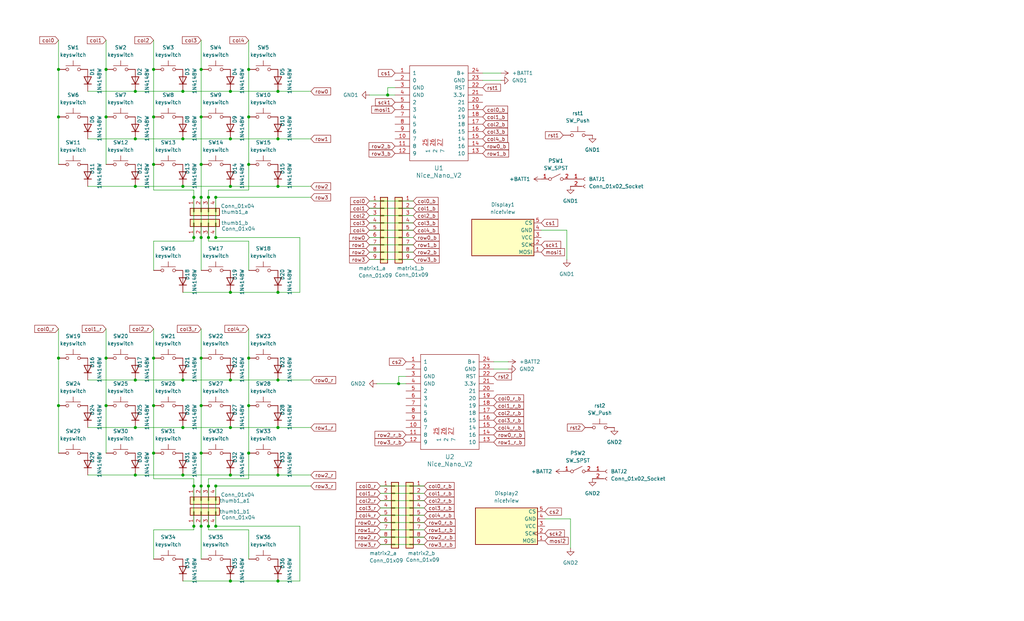
<source format=kicad_sch>
(kicad_sch (version 20231120) (generator "eeschema") (generator_version "8.0")
  (paper "USLegal")
  (title_block (title "mg36kb") (date "2024-09-29") (rev "1.0") (company "mattgilbert.co") (comment 1 "Matt Gilbert"))
  (junction (at 63.5 165.1))
  (junction (at 46.99 132.08))
  (junction (at 74.93 82.55))
  (junction (at 72.39 168.91))
  (junction (at 74.93 182.88))
  (junction (at 20.32 24.13))
  (junction (at 80.01 101.6))
  (junction (at 138.43 133.35))
  (junction (at 134.62 33.02))
  (junction (at 46.99 165.1))
  (junction (at 69.85 82.55))
  (junction (at 80.01 148.59))
  (junction (at 74.93 168.91))
  (junction (at 46.99 148.59))
  (junction (at 80.01 31.75))
  (junction (at 69.85 24.13))
  (junction (at 20.32 140.97))
  (junction (at 69.85 40.64))
  (junction (at 63.5 148.59))
  (junction (at 36.83 124.46))
  (junction (at 69.85 124.46))
  (junction (at 80.01 48.26))
  (junction (at 72.39 68.58))
  (junction (at 80.01 64.77))
  (junction (at 80.01 201.93))
  (junction (at 46.99 31.75))
  (junction (at 53.34 157.48))
  (junction (at 96.52 148.59))
  (junction (at 63.5 48.26))
  (junction (at 96.52 132.08))
  (junction (at 96.52 31.75))
  (junction (at 53.34 124.46))
  (junction (at 69.85 182.88))
  (junction (at 36.83 40.64))
  (junction (at 86.36 157.48))
  (junction (at 72.39 82.55))
  (junction (at 96.52 165.1))
  (junction (at 86.36 57.15))
  (junction (at 86.36 40.64))
  (junction (at 63.5 132.08))
  (junction (at 96.52 101.6))
  (junction (at 63.5 31.75))
  (junction (at 86.36 24.13))
  (junction (at 69.85 57.15))
  (junction (at 96.52 64.77))
  (junction (at 53.34 24.13))
  (junction (at 67.31 168.91))
  (junction (at 53.34 57.15))
  (junction (at 20.32 124.46))
  (junction (at 53.34 140.97))
  (junction (at 63.5 64.77))
  (junction (at 80.01 165.1))
  (junction (at 67.31 68.58))
  (junction (at 74.93 68.58))
  (junction (at 96.52 201.93))
  (junction (at 20.32 40.64))
  (junction (at 96.52 48.26))
  (junction (at 36.83 24.13))
  (junction (at 80.01 132.08))
  (junction (at 69.85 68.58))
  (junction (at 36.83 140.97))
  (junction (at 69.85 157.48))
  (junction (at 86.36 140.97))
  (junction (at 72.39 182.88))
  (junction (at 69.85 168.91))
  (junction (at 53.34 40.64))
  (junction (at 69.85 140.97))
  (junction (at 46.99 48.26))
  (junction (at 46.99 64.77))
  (junction (at 67.31 182.88))
  (junction (at 86.36 124.46))
  (junction (at 67.31 82.55))
  (wire (pts (xy 53.34 184.15) (xy 53.34 194.31)))
  (wire (pts (xy 86.36 140.97) (xy 86.36 157.48)))
  (wire (pts (xy 138.43 133.35) (xy 140.97 133.35)))
  (wire (pts (xy 104.14 182.88) (xy 74.93 182.88)))
  (wire (pts (xy 72.39 83.82) (xy 86.36 83.82)))
  (wire (pts (xy 72.39 184.15) (xy 86.36 184.15)))
  (wire (pts (xy 63.5 64.77) (xy 80.01 64.77)))
  (wire (pts (xy 36.83 124.46) (xy 36.83 140.97)))
  (wire (pts (xy 63.5 48.26) (xy 80.01 48.26)))
  (wire (pts (xy 176.53 128.27) (xy 171.45 128.27)))
  (wire (pts (xy 86.36 24.13) (xy 86.36 40.64)))
  (wire (pts (xy 53.34 124.46) (xy 53.34 140.97)))
  (wire (pts (xy 128.27 74.93) (xy 143.51 74.93)))
  (wire (pts (xy 72.39 82.55) (xy 72.39 83.82)))
  (wire (pts (xy 72.39 166.37) (xy 72.39 168.91)))
  (wire (pts (xy 134.62 30.48) (xy 134.62 33.02)))
  (wire (pts (xy 72.39 182.88) (xy 72.39 184.15)))
  (wire (pts (xy 67.31 168.91) (xy 67.31 182.88)))
  (wire (pts (xy 53.34 157.48) (xy 53.34 166.37)))
  (wire (pts (xy 86.36 184.15) (xy 86.36 194.31)))
  (wire (pts (xy 72.39 66.04) (xy 86.36 66.04)))
  (wire (pts (xy 53.34 57.15) (xy 53.34 66.04)))
  (wire (pts (xy 69.85 57.15) (xy 69.85 68.58)))
  (wire (pts (xy 138.43 130.81) (xy 138.43 133.35)))
  (wire (pts (xy 198.12 180.34) (xy 189.23 180.34)))
  (wire (pts (xy 69.85 68.58) (xy 69.85 82.55)))
  (wire (pts (xy 86.36 57.15) (xy 86.36 66.04)))
  (wire (pts (xy 36.83 13.97) (xy 36.83 24.13)))
  (wire (pts (xy 53.34 114.3) (xy 53.34 124.46)))
  (wire (pts (xy 198.12 190.5) (xy 198.12 180.34)))
  (wire (pts (xy 134.62 33.02) (xy 137.16 33.02)))
  (wire (pts (xy 196.85 90.17) (xy 196.85 80.01)))
  (wire (pts (xy 132.08 189.23) (xy 147.32 189.23)))
  (wire (pts (xy 46.99 48.26) (xy 63.5 48.26)))
  (wire (pts (xy 132.08 184.15) (xy 147.32 184.15)))
  (wire (pts (xy 30.48 148.59) (xy 46.99 148.59)))
  (wire (pts (xy 30.48 64.77) (xy 46.99 64.77)))
  (wire (pts (xy 128.27 85.09) (xy 143.51 85.09)))
  (wire (pts (xy 80.01 64.77) (xy 96.52 64.77)))
  (wire (pts (xy 96.52 31.75) (xy 107.95 31.75)))
  (wire (pts (xy 69.85 13.97) (xy 69.85 24.13)))
  (wire (pts (xy 128.27 33.02) (xy 134.62 33.02)))
  (wire (pts (xy 132.08 176.53) (xy 147.32 176.53)))
  (wire (pts (xy 86.36 13.97) (xy 86.36 24.13)))
  (wire (pts (xy 46.99 132.08) (xy 63.5 132.08)))
  (wire (pts (xy 69.85 157.48) (xy 69.85 168.91)))
  (wire (pts (xy 69.85 24.13) (xy 69.85 40.64)))
  (wire (pts (xy 104.14 201.93) (xy 104.14 182.88)))
  (wire (pts (xy 80.01 132.08) (xy 96.52 132.08)))
  (wire (pts (xy 53.34 166.37) (xy 67.31 166.37)))
  (wire (pts (xy 46.99 165.1) (xy 63.5 165.1)))
  (wire (pts (xy 30.48 132.08) (xy 46.99 132.08)))
  (wire (pts (xy 53.34 13.97) (xy 53.34 24.13)))
  (wire (pts (xy 20.32 124.46) (xy 20.32 140.97)))
  (wire (pts (xy 72.39 68.58) (xy 72.39 82.55)))
  (wire (pts (xy 69.85 124.46) (xy 69.85 140.97)))
  (wire (pts (xy 72.39 168.91) (xy 72.39 182.88)))
  (wire (pts (xy 132.08 168.91) (xy 147.32 168.91)))
  (wire (pts (xy 53.34 66.04) (xy 67.31 66.04)))
  (wire (pts (xy 53.34 40.64) (xy 53.34 57.15)))
  (wire (pts (xy 96.52 132.08) (xy 107.95 132.08)))
  (wire (pts (xy 104.14 82.55) (xy 74.93 82.55)))
  (wire (pts (xy 20.32 140.97) (xy 20.32 157.48)))
  (wire (pts (xy 63.5 165.1) (xy 80.01 165.1)))
  (wire (pts (xy 46.99 64.77) (xy 63.5 64.77)))
  (wire (pts (xy 128.27 72.39) (xy 143.51 72.39)))
  (wire (pts (xy 63.5 101.6) (xy 80.01 101.6)))
  (wire (pts (xy 30.48 165.1) (xy 46.99 165.1)))
  (wire (pts (xy 140.97 130.81) (xy 138.43 130.81)))
  (wire (pts (xy 36.83 24.13) (xy 36.83 40.64)))
  (wire (pts (xy 74.93 168.91) (xy 74.93 182.88)))
  (wire (pts (xy 36.83 114.3) (xy 36.83 124.46)))
  (wire (pts (xy 69.85 40.64) (xy 69.85 57.15)))
  (wire (pts (xy 69.85 140.97) (xy 69.85 157.48)))
  (wire (pts (xy 53.34 83.82) (xy 53.34 93.98)))
  (wire (pts (xy 72.39 66.04) (xy 72.39 68.58)))
  (wire (pts (xy 46.99 31.75) (xy 63.5 31.75)))
  (wire (pts (xy 30.48 48.26) (xy 46.99 48.26)))
  (wire (pts (xy 132.08 186.69) (xy 147.32 186.69)))
  (wire (pts (xy 130.81 133.35) (xy 138.43 133.35)))
  (wire (pts (xy 20.32 40.64) (xy 20.32 57.15)))
  (wire (pts (xy 104.14 101.6) (xy 104.14 82.55)))
  (wire (pts (xy 74.93 68.58) (xy 107.95 68.58)))
  (wire (pts (xy 96.52 48.26) (xy 107.95 48.26)))
  (wire (pts (xy 196.85 80.01) (xy 187.96 80.01)))
  (wire (pts (xy 67.31 184.15) (xy 53.34 184.15)))
  (wire (pts (xy 86.36 40.64) (xy 86.36 57.15)))
  (wire (pts (xy 80.01 201.93) (xy 96.52 201.93)))
  (wire (pts (xy 67.31 166.37) (xy 67.31 168.91)))
  (wire (pts (xy 74.93 168.91) (xy 107.95 168.91)))
  (wire (pts (xy 96.52 165.1) (xy 107.95 165.1)))
  (wire (pts (xy 69.85 168.91) (xy 69.85 182.88)))
  (wire (pts (xy 46.99 148.59) (xy 63.5 148.59)))
  (wire (pts (xy 173.99 25.4) (xy 167.64 25.4)))
  (wire (pts (xy 80.01 101.6) (xy 96.52 101.6)))
  (wire (pts (xy 69.85 82.55) (xy 69.85 93.98)))
  (wire (pts (xy 132.08 171.45) (xy 147.32 171.45)))
  (wire (pts (xy 96.52 201.93) (xy 104.14 201.93)))
  (wire (pts (xy 128.27 87.63) (xy 143.51 87.63)))
  (wire (pts (xy 53.34 24.13) (xy 53.34 40.64)))
  (wire (pts (xy 176.53 125.73) (xy 171.45 125.73)))
  (wire (pts (xy 173.99 27.94) (xy 167.64 27.94)))
  (wire (pts (xy 96.52 101.6) (xy 104.14 101.6)))
  (wire (pts (xy 86.36 83.82) (xy 86.36 93.98)))
  (wire (pts (xy 132.08 181.61) (xy 147.32 181.61)))
  (wire (pts (xy 96.52 148.59) (xy 107.95 148.59)))
  (wire (pts (xy 86.36 114.3) (xy 86.36 124.46)))
  (wire (pts (xy 128.27 90.17) (xy 143.51 90.17)))
  (wire (pts (xy 80.01 48.26) (xy 96.52 48.26)))
  (wire (pts (xy 74.93 68.58) (xy 74.93 82.55)))
  (wire (pts (xy 80.01 31.75) (xy 96.52 31.75)))
  (wire (pts (xy 80.01 148.59) (xy 96.52 148.59)))
  (wire (pts (xy 20.32 13.97) (xy 20.32 24.13)))
  (wire (pts (xy 72.39 166.37) (xy 86.36 166.37)))
  (wire (pts (xy 20.32 114.3) (xy 20.32 124.46)))
  (wire (pts (xy 86.36 157.48) (xy 86.36 166.37)))
  (wire (pts (xy 69.85 114.3) (xy 69.85 124.46)))
  (wire (pts (xy 36.83 140.97) (xy 36.83 157.48)))
  (wire (pts (xy 67.31 66.04) (xy 67.31 68.58)))
  (wire (pts (xy 20.32 24.13) (xy 20.32 40.64)))
  (wire (pts (xy 128.27 77.47) (xy 143.51 77.47)))
  (wire (pts (xy 53.34 140.97) (xy 53.34 157.48)))
  (wire (pts (xy 132.08 179.07) (xy 147.32 179.07)))
  (wire (pts (xy 69.85 182.88) (xy 69.85 194.31)))
  (wire (pts (xy 63.5 31.75) (xy 80.01 31.75)))
  (wire (pts (xy 67.31 83.82) (xy 53.34 83.82)))
  (wire (pts (xy 67.31 68.58) (xy 67.31 82.55)))
  (wire (pts (xy 67.31 182.88) (xy 67.31 184.15)))
  (wire (pts (xy 137.16 30.48) (xy 134.62 30.48)))
  (wire (pts (xy 67.31 82.55) (xy 67.31 83.82)))
  (wire (pts (xy 30.48 31.75) (xy 46.99 31.75)))
  (wire (pts (xy 96.52 64.77) (xy 107.95 64.77)))
  (wire (pts (xy 128.27 80.01) (xy 143.51 80.01)))
  (wire (pts (xy 63.5 201.93) (xy 80.01 201.93)))
  (wire (pts (xy 128.27 69.85) (xy 143.51 69.85)))
  (wire (pts (xy 63.5 148.59) (xy 80.01 148.59)))
  (wire (pts (xy 128.27 82.55) (xy 143.51 82.55)))
  (wire (pts (xy 80.01 165.1) (xy 96.52 165.1)))
  (wire (pts (xy 86.36 124.46) (xy 86.36 140.97)))
  (wire (pts (xy 36.83 40.64) (xy 36.83 57.15)))
  (wire (pts (xy 63.5 132.08) (xy 80.01 132.08)))
  (wire (pts (xy 132.08 173.99) (xy 147.32 173.99)))
  (global_label "row1_r" (shape input) (at 132.08 184.15 180) (property "Intersheetrefs" "${INTERSHEET_REFS}" (effects (hide yes))))
  (global_label "col2_r" (shape input) (at 132.08 173.99 180) (property "Intersheetrefs" "${INTERSHEET_REFS}" (effects (hide yes))))
  (global_label "col4" (shape input) (at 86.36 13.97 180) (property "Intersheetrefs" "${INTERSHEET_REFS}" (effects (hide yes))))
  (global_label "row3_r" (shape input) (at 132.08 189.23 180) (property "Intersheetrefs" "${INTERSHEET_REFS}" (effects (hide yes))))
  (global_label "col4_r" (shape input) (at 132.08 179.07 180) (property "Intersheetrefs" "${INTERSHEET_REFS}" (effects (hide yes))))
  (global_label "mosi1" (shape input) (at 137.16 38.1 180) (property "Intersheetrefs" "${INTERSHEET_REFS}" (effects (hide yes))))
  (global_label "col0" (shape input) (at 20.32 13.97 180) (property "Intersheetrefs" "${INTERSHEET_REFS}" (effects (hide yes))))
  (global_label "sck2" (shape input) (at 189.23 185.42 0) (property "Intersheetrefs" "${INTERSHEET_REFS}" (effects (hide yes))))
  (global_label "col1_r_b" (shape input) (at 171.45 140.97 0) (property "Intersheetrefs" "${INTERSHEET_REFS}" (effects (hide yes))))
  (global_label "row1" (shape input) (at 107.95 48.26 0) (property "Intersheetrefs" "${INTERSHEET_REFS}" (effects (hide yes))))
  (global_label "row1_r_b" (shape input) (at 171.45 153.67 0) (property "Intersheetrefs" "${INTERSHEET_REFS}" (effects (hide yes))))
  (global_label "col1_r_b" (shape input) (at 147.32 171.45 0) (property "Intersheetrefs" "${INTERSHEET_REFS}" (effects (hide yes))))
  (global_label "col2_b" (shape input) (at 167.64 43.18 0) (property "Intersheetrefs" "${INTERSHEET_REFS}" (effects (hide yes))))
  (global_label "row0_r_b" (shape input) (at 171.45 151.13 0) (property "Intersheetrefs" "${INTERSHEET_REFS}" (effects (hide yes))))
  (global_label "rst2" (shape input) (at 171.45 130.81 0) (property "Intersheetrefs" "${INTERSHEET_REFS}" (effects (hide yes))))
  (global_label "row2_r" (shape input) (at 107.95 165.1 0) (property "Intersheetrefs" "${INTERSHEET_REFS}" (effects (hide yes))))
  (global_label "col1_r" (shape input) (at 132.08 171.45 180) (property "Intersheetrefs" "${INTERSHEET_REFS}" (effects (hide yes))))
  (global_label "row3_b" (shape input) (at 137.16 53.34 180) (property "Intersheetrefs" "${INTERSHEET_REFS}" (effects (hide yes))))
  (global_label "col1" (shape input) (at 128.27 72.39 180) (property "Intersheetrefs" "${INTERSHEET_REFS}" (effects (hide yes))))
  (global_label "row2" (shape input) (at 107.95 64.77 0) (property "Intersheetrefs" "${INTERSHEET_REFS}" (effects (hide yes))))
  (global_label "row0_r" (shape input) (at 107.95 132.08 0) (property "Intersheetrefs" "${INTERSHEET_REFS}" (effects (hide yes))))
  (global_label "row2_r_b" (shape input) (at 140.97 151.13 180) (property "Intersheetrefs" "${INTERSHEET_REFS}" (effects (hide yes))))
  (global_label "col2" (shape input) (at 128.27 74.93 180) (property "Intersheetrefs" "${INTERSHEET_REFS}" (effects (hide yes))))
  (global_label "row2_b" (shape input) (at 143.51 87.63 0) (property "Intersheetrefs" "${INTERSHEET_REFS}" (effects (hide yes))))
  (global_label "row0_b" (shape input) (at 143.51 82.55 0) (property "Intersheetrefs" "${INTERSHEET_REFS}" (effects (hide yes))))
  (global_label "col0_r" (shape input) (at 20.32 114.3 180) (property "Intersheetrefs" "${INTERSHEET_REFS}" (effects (hide yes))))
  (global_label "col4_b" (shape input) (at 167.64 48.26 0) (property "Intersheetrefs" "${INTERSHEET_REFS}" (effects (hide yes))))
  (global_label "col3_b" (shape input) (at 143.51 77.47 0) (property "Intersheetrefs" "${INTERSHEET_REFS}" (effects (hide yes))))
  (global_label "row0_b" (shape input) (at 167.64 50.8 0) (property "Intersheetrefs" "${INTERSHEET_REFS}" (effects (hide yes))))
  (global_label "col3_b" (shape input) (at 167.64 45.72 0) (property "Intersheetrefs" "${INTERSHEET_REFS}" (effects (hide yes))))
  (global_label "col3_r_b" (shape input) (at 171.45 146.05 0) (property "Intersheetrefs" "${INTERSHEET_REFS}" (effects (hide yes))))
  (global_label "col2" (shape input) (at 53.34 13.97 180) (property "Intersheetrefs" "${INTERSHEET_REFS}" (effects (hide yes))))
  (global_label "row2" (shape input) (at 128.27 87.63 180) (property "Intersheetrefs" "${INTERSHEET_REFS}" (effects (hide yes))))
  (global_label "col3_r" (shape input) (at 69.85 114.3 180) (property "Intersheetrefs" "${INTERSHEET_REFS}" (effects (hide yes))))
  (global_label "col0_r" (shape input) (at 132.08 168.91 180) (property "Intersheetrefs" "${INTERSHEET_REFS}" (effects (hide yes))))
  (global_label "row1_r_b" (shape input) (at 147.32 184.15 0) (property "Intersheetrefs" "${INTERSHEET_REFS}" (effects (hide yes))))
  (global_label "row3_r_b" (shape input) (at 140.97 153.67 180) (property "Intersheetrefs" "${INTERSHEET_REFS}" (effects (hide yes))))
  (global_label "row2_r" (shape input) (at 132.08 186.69 180) (property "Intersheetrefs" "${INTERSHEET_REFS}" (effects (hide yes))))
  (global_label "col1" (shape input) (at 36.83 13.97 180) (property "Intersheetrefs" "${INTERSHEET_REFS}" (effects (hide yes))))
  (global_label "row3" (shape input) (at 128.27 90.17 180) (property "Intersheetrefs" "${INTERSHEET_REFS}" (effects (hide yes))))
  (global_label "col4_r_b" (shape input) (at 171.45 148.59 0) (property "Intersheetrefs" "${INTERSHEET_REFS}" (effects (hide yes))))
  (global_label "col1_r" (shape input) (at 36.83 114.3 180) (property "Intersheetrefs" "${INTERSHEET_REFS}" (effects (hide yes))))
  (global_label "sck1" (shape input) (at 137.16 35.56 180) (property "Intersheetrefs" "${INTERSHEET_REFS}" (effects (hide yes))))
  (global_label "col2_r" (shape input) (at 53.34 114.3 180) (property "Intersheetrefs" "${INTERSHEET_REFS}" (effects (hide yes))))
  (global_label "col3_r" (shape input) (at 132.08 176.53 180) (property "Intersheetrefs" "${INTERSHEET_REFS}" (effects (hide yes))))
  (global_label "mosi1" (shape input) (at 187.96 87.63 0) (property "Intersheetrefs" "${INTERSHEET_REFS}" (effects (hide yes))))
  (global_label "col0_b" (shape input) (at 143.51 69.85 0) (property "Intersheetrefs" "${INTERSHEET_REFS}" (effects (hide yes))))
  (global_label "col1_b" (shape input) (at 167.64 40.64 0) (property "Intersheetrefs" "${INTERSHEET_REFS}" (effects (hide yes))))
  (global_label "col3" (shape input) (at 69.85 13.97 180) (property "Intersheetrefs" "${INTERSHEET_REFS}" (effects (hide yes))))
  (global_label "rst1" (shape input) (at 167.64 30.48 0) (property "Intersheetrefs" "${INTERSHEET_REFS}" (effects (hide yes))))
  (global_label "row0" (shape input) (at 128.27 82.55 180) (property "Intersheetrefs" "${INTERSHEET_REFS}" (effects (hide yes))))
  (global_label "row3_r_b" (shape input) (at 147.32 189.23 0) (property "Intersheetrefs" "${INTERSHEET_REFS}" (effects (hide yes))))
  (global_label "row0" (shape input) (at 107.95 31.75 0) (property "Intersheetrefs" "${INTERSHEET_REFS}" (effects (hide yes))))
  (global_label "row0_r_b" (shape input) (at 147.32 181.61 0) (property "Intersheetrefs" "${INTERSHEET_REFS}" (effects (hide yes))))
  (global_label "rst2" (shape input) (at 203.2 148.59 180) (property "Intersheetrefs" "${INTERSHEET_REFS}" (effects (hide yes))))
  (global_label "col4_b" (shape input) (at 143.51 80.01 0) (property "Intersheetrefs" "${INTERSHEET_REFS}" (effects (hide yes))))
  (global_label "rst1" (shape input) (at 195.58 46.99 180) (property "Intersheetrefs" "${INTERSHEET_REFS}" (effects (hide yes))))
  (global_label "cs2" (shape input) (at 189.23 177.8 0) (property "Intersheetrefs" "${INTERSHEET_REFS}" (effects (hide yes))))
  (global_label "col2_r_b" (shape input) (at 147.32 173.99 0) (property "Intersheetrefs" "${INTERSHEET_REFS}" (effects (hide yes))))
  (global_label "col0_b" (shape input) (at 167.64 38.1 0) (property "Intersheetrefs" "${INTERSHEET_REFS}" (effects (hide yes))))
  (global_label "row1_b" (shape input) (at 143.51 85.09 0) (property "Intersheetrefs" "${INTERSHEET_REFS}" (effects (hide yes))))
  (global_label "cs1" (shape input) (at 187.96 77.47 0) (property "Intersheetrefs" "${INTERSHEET_REFS}" (effects (hide yes))))
  (global_label "col1_b" (shape input) (at 143.51 72.39 0) (property "Intersheetrefs" "${INTERSHEET_REFS}" (effects (hide yes))))
  (global_label "cs1" (shape input) (at 137.16 25.4 180) (property "Intersheetrefs" "${INTERSHEET_REFS}" (effects (hide yes))))
  (global_label "row0_r" (shape input) (at 132.08 181.61 180) (property "Intersheetrefs" "${INTERSHEET_REFS}" (effects (hide yes))))
  (global_label "row2_b" (shape input) (at 137.16 50.8 180) (property "Intersheetrefs" "${INTERSHEET_REFS}" (effects (hide yes))))
  (global_label "row2_r_b" (shape input) (at 147.32 186.69 0) (property "Intersheetrefs" "${INTERSHEET_REFS}" (effects (hide yes))))
  (global_label "row1_b" (shape input) (at 167.64 53.34 0) (property "Intersheetrefs" "${INTERSHEET_REFS}" (effects (hide yes))))
  (global_label "col0_r_b" (shape input) (at 147.32 168.91 0) (property "Intersheetrefs" "${INTERSHEET_REFS}" (effects (hide yes))))
  (global_label "row3_b" (shape input) (at 143.51 90.17 0) (property "Intersheetrefs" "${INTERSHEET_REFS}" (effects (hide yes))))
  (global_label "col4" (shape input) (at 128.27 80.01 180) (property "Intersheetrefs" "${INTERSHEET_REFS}" (effects (hide yes))))
  (global_label "mosi2" (shape input) (at 189.23 187.96 0) (property "Intersheetrefs" "${INTERSHEET_REFS}" (effects (hide yes))))
  (global_label "col4_r_b" (shape input) (at 147.32 179.07 0) (property "Intersheetrefs" "${INTERSHEET_REFS}" (effects (hide yes))))
  (global_label "col0" (shape input) (at 128.27 69.85 180) (property "Intersheetrefs" "${INTERSHEET_REFS}" (effects (hide yes))))
  (global_label "col2_b" (shape input) (at 143.51 74.93 0) (property "Intersheetrefs" "${INTERSHEET_REFS}" (effects (hide yes))))
  (global_label "row3" (shape input) (at 107.95 68.58 0) (property "Intersheetrefs" "${INTERSHEET_REFS}" (effects (hide yes))))
  (global_label "col3_r_b" (shape input) (at 147.32 176.53 0) (property "Intersheetrefs" "${INTERSHEET_REFS}" (effects (hide yes))))
  (global_label "col2_r_b" (shape input) (at 171.45 143.51 0) (property "Intersheetrefs" "${INTERSHEET_REFS}" (effects (hide yes))))
  (global_label "cs2" (shape input) (at 140.97 125.73 180) (property "Intersheetrefs" "${INTERSHEET_REFS}" (effects (hide yes))))
  (global_label "col4_r" (shape input) (at 86.36 114.3 180) (property "Intersheetrefs" "${INTERSHEET_REFS}" (effects (hide yes))))
  (global_label "row3_r" (shape input) (at 107.95 168.91 0) (property "Intersheetrefs" "${INTERSHEET_REFS}" (effects (hide yes))))
  (global_label "row1" (shape input) (at 128.27 85.09 180) (property "Intersheetrefs" "${INTERSHEET_REFS}" (effects (hide yes))))
  (global_label "col3" (shape input) (at 128.27 77.47 180) (property "Intersheetrefs" "${INTERSHEET_REFS}" (effects (hide yes))))
  (global_label "sck1" (shape input) (at 187.96 85.09 0) (property "Intersheetrefs" "${INTERSHEET_REFS}" (effects (hide yes))))
  (global_label "row1_r" (shape input) (at 107.95 148.59 0) (property "Intersheetrefs" "${INTERSHEET_REFS}" (effects (hide yes))))
  (global_label "col0_r_b" (shape input) (at 171.45 138.43 0) (property "Intersheetrefs" "${INTERSHEET_REFS}" (effects (hide yes))))
  (symbol (lib_id "Switch:SW_Push") (at 58.42 93.98 0) (unit 1)
    (property "Reference" "SW16" (at 58.42 86.36 0))
    (property "Value" "keyswitch" (at 58.42 88.9 0))
    (property "Description" "Push button switch, generic, two pins" (effects (hide yes)))
  )
  (symbol (lib_id "Diode:1N4148W") (at 46.99 44.45 90) (unit 1)
    (property "Reference" "D7" (at 48.514 40.132 0) (effects (justify right)))
    (property "Value" "1N4148W" (at 51.054 40.132 0) (effects (justify right)))
    (property "Footprint" "Diode_SMD:D_SOD-123" (effects (hide yes)))
    (property "Datasheet" "https://www.vishay.com/docs/85748/1n4148w.pdf" (effects (hide yes)))
    (property "Description" "75V 0.15A Fast Switching Diode, SOD-123" (effects (hide yes)))
    (property "Sim.Device" "D" (effects (hide yes)))
    (property "Sim.Pins" "1=K 2=A" (effects (hide yes)))
  )
  (symbol (lib_id "Connector_Generic:Conn_01x09") (at 142.24 179.07 0) (mirror y) (unit 1)
    (property "Reference" "matrix2_b" (at 151.13 192.278 0) (effects (justify left)))
    (property "Value" "Conn_01x09" (at 152.654 194.564 0) (effects (justify left)))
    (property "Description" "Generic connector, single row, 01x09, script generated (kicad-library-utils/schlib/autogen/connector/)" (effects (hide yes)))
  )
  (symbol (lib_id "power:GND") (at 198.12 190.5 0) (unit 1)
    (property "Reference" "#PWR016" (effects (hide yes)))
    (property "Value" "GND2" (at 198.12 195.58 0))
    (property "Description" "Power symbol creates a global label with name \"GND\" , ground" (effects (hide yes)))
  )
  (symbol (lib_id "Diode:1N4148W") (at 80.01 128.27 90) (unit 1)
    (property "Reference" "D22" (at 81.534 123.952 0) (effects (justify right)))
    (property "Value" "1N4148W" (at 84.074 123.952 0) (effects (justify right)))
    (property "Footprint" "Diode_SMD:D_SOD-123" (effects (hide yes)))
    (property "Datasheet" "https://www.vishay.com/docs/85748/1n4148w.pdf" (effects (hide yes)))
    (property "Description" "75V 0.15A Fast Switching Diode, SOD-123" (effects (hide yes)))
    (property "Sim.Device" "D" (effects (hide yes)))
    (property "Sim.Pins" "1=K 2=A" (effects (hide yes)))
  )
  (symbol (lib_id "power:GND") (at 205.74 166.37 0) (unit 1)
    (property "Reference" "#PWR02" (effects (hide yes)))
    (property "Value" "GND2" (at 205.74 171.45 0))
    (property "Description" "Power symbol creates a global label with name \"GND\" , ground" (effects (hide yes)))
  )
  (symbol (lib_id "power:GND") (at 205.74 46.99 0) (unit 1)
    (property "Reference" "#PWR03" (effects (hide yes)))
    (property "Value" "GND1" (at 205.74 52.07 0))
    (property "Description" "Power symbol creates a global label with name \"GND\" , ground" (effects (hide yes)))
  )
  (symbol (lib_id "Diode:1N4148W") (at 80.01 161.29 90) (unit 1)
    (property "Reference" "D32" (at 81.534 156.972 0) (effects (justify right)))
    (property "Value" "1N4148W" (at 84.074 156.972 0) (effects (justify right)))
    (property "Footprint" "Diode_SMD:D_SOD-123" (effects (hide yes)))
    (property "Datasheet" "https://www.vishay.com/docs/85748/1n4148w.pdf" (effects (hide yes)))
    (property "Description" "75V 0.15A Fast Switching Diode, SOD-123" (effects (hide yes)))
    (property "Sim.Device" "D" (effects (hide yes)))
    (property "Sim.Pins" "1=K 2=A" (effects (hide yes)))
  )
  (symbol (lib_id "Switch:SW_Push") (at 41.91 40.64 0) (unit 1)
    (property "Reference" "SW7" (at 41.91 33.02 0))
    (property "Value" "keyswitch" (at 41.91 35.56 0))
    (property "Description" "Push button switch, generic, two pins" (effects (hide yes)))
  )
  (symbol (lib_id "Switch:SW_Push") (at 200.66 46.99 0) (unit 1)
    (property "Reference" "rst1" (at 200.66 39.37 0))
    (property "Value" "SW_Push" (at 200.66 41.91 0))
    (property "Description" "Push button switch, generic, two pins" (effects (hide yes)))
  )
  (symbol (lib_id "power:GND") (at 173.99 27.94 90) (unit 1)
    (property "Reference" "#PWR012" (effects (hide yes)))
    (property "Value" "GND1" (at 177.8 27.9399 90) (effects (justify right)))
    (property "Description" "Power symbol creates a global label with name \"GND\" , ground" (effects (hide yes)))
  )
  (symbol (lib_id "Switch:SW_Push") (at 91.44 40.64 0) (unit 1)
    (property "Reference" "SW10" (at 91.44 33.02 0))
    (property "Value" "keyswitch" (at 91.44 35.56 0))
    (property "Description" "Push button switch, generic, two pins" (effects (hide yes)))
  )
  (symbol (lib_id "Connector_Generic:Conn_01x04") (at 69.85 73.66 90) (mirror x) (unit 1)
    (property "Reference" "thumb1_a" (at 81.534 73.66 90))
    (property "Value" "Conn_01x04" (at 82.55 71.628 90))
    (property "Description" "Generic connector, single row, 01x04, script generated (kicad-library-utils/schlib/autogen/connector/)" (effects (hide yes)))
  )
  (symbol (lib_id "Diode:1N4148W") (at 46.99 128.27 90) (unit 1)
    (property "Reference" "D17" (at 48.514 123.952 0) (effects (justify right)))
    (property "Value" "1N4148W" (at 51.054 123.952 0) (effects (justify right)))
    (property "Footprint" "Diode_SMD:D_SOD-123" (effects (hide yes)))
    (property "Datasheet" "https://www.vishay.com/docs/85748/1n4148w.pdf" (effects (hide yes)))
    (property "Description" "75V 0.15A Fast Switching Diode, SOD-123" (effects (hide yes)))
    (property "Sim.Device" "D" (effects (hide yes)))
    (property "Sim.Pins" "1=K 2=A" (effects (hide yes)))
  )
  (symbol (lib_id "Diode:1N4148W") (at 30.48 44.45 90) (unit 1)
    (property "Reference" "D6" (at 32.004 40.132 0) (effects (justify right)))
    (property "Value" "1N4148W" (at 34.544 40.132 0) (effects (justify right)))
    (property "Footprint" "Diode_SMD:D_SOD-123" (effects (hide yes)))
    (property "Datasheet" "https://www.vishay.com/docs/85748/1n4148w.pdf" (effects (hide yes)))
    (property "Description" "75V 0.15A Fast Switching Diode, SOD-123" (effects (hide yes)))
    (property "Sim.Device" "D" (effects (hide yes)))
    (property "Sim.Pins" "1=K 2=A" (effects (hide yes)))
  )
  (symbol (lib_id "Connector:Conn_01x02_Socket") (at 203.2 62.23 0) (unit 1)
    (property "Reference" "BATJ1" (at 204.47 62.2299 0) (effects (justify left)))
    (property "Value" "Conn_01x02_Socket" (at 204.47 64.7699 0) (effects (justify left)))
    (property "Description" "Generic connector, single row, 01x02, script generated" (effects (hide yes)))
  )
  (symbol (lib_id "Switch:SW_Push") (at 74.93 40.64 0) (unit 1)
    (property "Reference" "SW9" (at 74.93 33.02 0))
    (property "Value" "keyswitch" (at 74.93 35.56 0))
    (property "Description" "Push button switch, generic, two pins" (effects (hide yes)))
  )
  (symbol (lib_id "Diode:1N4148W") (at 63.5 198.12 90) (unit 1)
    (property "Reference" "D34" (at 65.024 193.802 0) (effects (justify right)))
    (property "Value" "1N4148W" (at 67.564 193.802 0) (effects (justify right)))
    (property "Footprint" "Diode_SMD:D_SOD-123" (effects (hide yes)))
    (property "Datasheet" "https://www.vishay.com/docs/85748/1n4148w.pdf" (effects (hide yes)))
    (property "Description" "75V 0.15A Fast Switching Diode, SOD-123" (effects (hide yes)))
    (property "Sim.Device" "D" (effects (hide yes)))
    (property "Sim.Pins" "1=K 2=A" (effects (hide yes)))
  )
  (symbol (lib_id "power:GND") (at 196.85 90.17 0) (unit 1)
    (property "Reference" "#PWR015" (effects (hide yes)))
    (property "Value" "GND1" (at 196.85 95.25 0))
    (property "Description" "Power symbol creates a global label with name \"GND\" , ground" (effects (hide yes)))
  )
  (symbol (lib_id "Switch:SW_Push") (at 25.4 40.64 0) (unit 1)
    (property "Reference" "SW6" (at 25.4 33.02 0))
    (property "Value" "keyswitch" (at 25.4 35.56 0))
    (property "Description" "Push button switch, generic, two pins" (effects (hide yes)))
  )
  (symbol (lib_id "nice_view:nice!view") (at 175.26 82.55 90) (unit 1)
    (property "Reference" "Display1" (at 174.625 71.12 90))
    (property "Value" "nice!view" (at 174.625 73.66 90))
    (property "Footprint" "nice_view:nice_view" (effects (hide yes)))
    (property "Datasheet" "https://nicekeyboards.com/docs/nice-view/pinout-schematic" (effects (hide yes)))
    (property "Description" "Sharp LS011B7DH03 Memory in Pixel 160x68" (effects (hide yes)))
  )
  (symbol (lib_id "Switch:SW_Push") (at 58.42 40.64 0) (unit 1)
    (property "Reference" "SW8" (at 58.42 33.02 0))
    (property "Value" "keyswitch" (at 58.42 35.56 0))
    (property "Description" "Push button switch, generic, two pins" (effects (hide yes)))
  )
  (symbol (lib_id "Diode:1N4148W") (at 30.48 161.29 90) (unit 1)
    (property "Reference" "D29" (at 32.004 156.972 0) (effects (justify right)))
    (property "Value" "1N4148W" (at 34.544 156.972 0) (effects (justify right)))
    (property "Footprint" "Diode_SMD:D_SOD-123" (effects (hide yes)))
    (property "Datasheet" "https://www.vishay.com/docs/85748/1n4148w.pdf" (effects (hide yes)))
    (property "Description" "75V 0.15A Fast Switching Diode, SOD-123" (effects (hide yes)))
    (property "Sim.Device" "D" (effects (hide yes)))
    (property "Sim.Pins" "1=K 2=A" (effects (hide yes)))
  )
  (symbol (lib_id "Connector_Generic:Conn_01x09") (at 133.35 80.01 0) (unit 1)
    (property "Reference" "matrix1_a" (at 124.46 93.218 0) (effects (justify left)))
    (property "Value" "Conn_01x09" (at 124.46 95.758 0) (effects (justify left)))
    (property "Description" "Generic connector, single row, 01x09, script generated (kicad-library-utils/schlib/autogen/connector/)" (effects (hide yes)))
  )
  (symbol (lib_id "Diode:1N4148W") (at 30.48 128.27 90) (unit 1)
    (property "Reference" "D16" (at 32.004 123.952 0) (effects (justify right)))
    (property "Value" "1N4148W" (at 34.544 123.952 0) (effects (justify right)))
    (property "Footprint" "Diode_SMD:D_SOD-123" (effects (hide yes)))
    (property "Datasheet" "https://www.vishay.com/docs/85748/1n4148w.pdf" (effects (hide yes)))
    (property "Description" "75V 0.15A Fast Switching Diode, SOD-123" (effects (hide yes)))
    (property "Sim.Device" "D" (effects (hide yes)))
    (property "Sim.Pins" "1=K 2=A" (effects (hide yes)))
  )
  (symbol (lib_id "Switch:SW_Push") (at 25.4 124.46 0) (unit 1)
    (property "Reference" "SW19" (at 25.4 116.84 0))
    (property "Value" "keyswitch" (at 25.4 119.38 0))
    (property "Description" "Push button switch, generic, two pins" (effects (hide yes)))
  )
  (symbol (lib_id "Diode:1N4148W") (at 63.5 161.29 90) (unit 1)
    (property "Reference" "D31" (at 65.024 156.972 0) (effects (justify right)))
    (property "Value" "1N4148W" (at 67.564 156.972 0) (effects (justify right)))
    (property "Footprint" "Diode_SMD:D_SOD-123" (effects (hide yes)))
    (property "Datasheet" "https://www.vishay.com/docs/85748/1n4148w.pdf" (effects (hide yes)))
    (property "Description" "75V 0.15A Fast Switching Diode, SOD-123" (effects (hide yes)))
    (property "Sim.Device" "D" (effects (hide yes)))
    (property "Sim.Pins" "1=K 2=A" (effects (hide yes)))
  )
  (symbol (lib_id "Switch:SW_Push") (at 25.4 57.15 0) (unit 1)
    (property "Reference" "SW11" (at 25.4 49.53 0))
    (property "Value" "keyswitch" (at 25.4 52.07 0))
    (property "Description" "Push button switch, generic, two pins" (effects (hide yes)))
  )
  (symbol (lib_id "nice_view:nice!view") (at 176.53 182.88 90) (unit 1)
    (property "Reference" "Display2" (at 175.895 171.45 90))
    (property "Value" "nice!view" (at 175.895 173.99 90))
    (property "Footprint" "nice_view:nice_view" (effects (hide yes)))
    (property "Datasheet" "https://nicekeyboards.com/docs/nice-view/pinout-schematic" (effects (hide yes)))
    (property "Description" "Sharp LS011B7DH03 Memory in Pixel 160x68" (effects (hide yes)))
  )
  (symbol (lib_id "Switch:SW_SPST") (at 193.04 62.23 0) (unit 1)
    (property "Reference" "PSW1" (at 193.04 55.88 0))
    (property "Value" "SW_SPST" (at 193.04 58.42 0))
    (property "Description" "Single Pole Single Throw (SPST) switch" (effects (hide yes)))
  )
  (symbol (lib_id "Diode:1N4148W") (at 96.52 97.79 90) (unit 1)
    (property "Reference" "D20" (at 98.044 93.472 0) (effects (justify right)))
    (property "Value" "1N4148W" (at 100.584 93.472 0) (effects (justify right)))
    (property "Footprint" "Diode_SMD:D_SOD-123" (effects (hide yes)))
    (property "Datasheet" "https://www.vishay.com/docs/85748/1n4148w.pdf" (effects (hide yes)))
    (property "Description" "75V 0.15A Fast Switching Diode, SOD-123" (effects (hide yes)))
    (property "Sim.Device" "D" (effects (hide yes)))
    (property "Sim.Pins" "1=K 2=A" (effects (hide yes)))
  )
  (symbol (lib_id "Diode:1N4148W") (at 96.52 198.12 90) (unit 1)
    (property "Reference" "D36" (at 98.044 193.802 0) (effects (justify right)))
    (property "Value" "1N4148W" (at 100.584 193.802 0) (effects (justify right)))
    (property "Footprint" "Diode_SMD:D_SOD-123" (effects (hide yes)))
    (property "Datasheet" "https://www.vishay.com/docs/85748/1n4148w.pdf" (effects (hide yes)))
    (property "Description" "75V 0.15A Fast Switching Diode, SOD-123" (effects (hide yes)))
    (property "Sim.Device" "D" (effects (hide yes)))
    (property "Sim.Pins" "1=K 2=A" (effects (hide yes)))
  )
  (symbol (lib_id "Switch:SW_Push") (at 25.4 157.48 0) (unit 1)
    (property "Reference" "SW29" (at 25.4 149.86 0))
    (property "Value" "keyswitch" (at 25.4 152.4 0))
    (property "Description" "Push button switch, generic, two pins" (effects (hide yes)))
  )
  (symbol (lib_id "Diode:1N4148W") (at 96.52 144.78 90) (unit 1)
    (property "Reference" "D28" (at 98.044 140.462 0) (effects (justify right)))
    (property "Value" "1N4148W" (at 100.584 140.462 0) (effects (justify right)))
    (property "Footprint" "Diode_SMD:D_SOD-123" (effects (hide yes)))
    (property "Datasheet" "https://www.vishay.com/docs/85748/1n4148w.pdf" (effects (hide yes)))
    (property "Description" "75V 0.15A Fast Switching Diode, SOD-123" (effects (hide yes)))
    (property "Sim.Device" "D" (effects (hide yes)))
    (property "Sim.Pins" "1=K 2=A" (effects (hide yes)))
  )
  (symbol (lib_id "Switch:SW_Push") (at 91.44 194.31 0) (unit 1)
    (property "Reference" "SW36" (at 91.44 186.69 0))
    (property "Value" "keyswitch" (at 91.44 189.23 0))
    (property "Description" "Push button switch, generic, two pins" (effects (hide yes)))
  )
  (symbol (lib_id "Diode:1N4148W") (at 63.5 144.78 90) (unit 1)
    (property "Reference" "D26" (at 65.024 140.462 0) (effects (justify right)))
    (property "Value" "1N4148W" (at 67.564 140.462 0) (effects (justify right)))
    (property "Footprint" "Diode_SMD:D_SOD-123" (effects (hide yes)))
    (property "Datasheet" "https://www.vishay.com/docs/85748/1n4148w.pdf" (effects (hide yes)))
    (property "Description" "75V 0.15A Fast Switching Diode, SOD-123" (effects (hide yes)))
    (property "Sim.Device" "D" (effects (hide yes)))
    (property "Sim.Pins" "1=K 2=A" (effects (hide yes)))
  )
  (symbol (lib_id "Switch:SW_Push") (at 91.44 124.46 0) (unit 1)
    (property "Reference" "SW23" (at 91.44 116.84 0))
    (property "Value" "keyswitch" (at 91.44 119.38 0))
    (property "Description" "Push button switch, generic, two pins" (effects (hide yes)))
  )
  (symbol (lib_id "Switch:SW_Push") (at 74.93 124.46 0) (unit 1)
    (property "Reference" "SW22" (at 74.93 116.84 0))
    (property "Value" "keyswitch" (at 74.93 119.38 0))
    (property "Description" "Push button switch, generic, two pins" (effects (hide yes)))
  )
  (symbol (lib_id "Diode:1N4148W") (at 63.5 44.45 90) (unit 1)
    (property "Reference" "D8" (at 65.024 40.132 0) (effects (justify right)))
    (property "Value" "1N4148W" (at 67.564 40.132 0) (effects (justify right)))
    (property "Footprint" "Diode_SMD:D_SOD-123" (effects (hide yes)))
    (property "Datasheet" "https://www.vishay.com/docs/85748/1n4148w.pdf" (effects (hide yes)))
    (property "Description" "75V 0.15A Fast Switching Diode, SOD-123" (effects (hide yes)))
    (property "Sim.Device" "D" (effects (hide yes)))
    (property "Sim.Pins" "1=K 2=A" (effects (hide yes)))
  )
  (symbol (lib_id "Switch:SW_Push") (at 58.42 194.31 0) (unit 1)
    (property "Reference" "SW34" (at 58.42 186.69 0))
    (property "Value" "keyswitch" (at 58.42 189.23 0))
    (property "Description" "Push button switch, generic, two pins" (effects (hide yes)))
  )
  (symbol (lib_id "Switch:SW_Push") (at 41.91 124.46 0) (unit 1)
    (property "Reference" "SW20" (at 41.91 116.84 0))
    (property "Value" "keyswitch" (at 41.91 119.38 0))
    (property "Description" "Push button switch, generic, two pins" (effects (hide yes)))
  )
  (symbol (lib_id "Switch:SW_Push") (at 74.93 194.31 0) (unit 1)
    (property "Reference" "SW35" (at 74.93 186.69 0))
    (property "Value" "keyswitch" (at 74.93 189.23 0))
    (property "Description" "Push button switch, generic, two pins" (effects (hide yes)))
  )
  (symbol (lib_id "Diode:1N4148W") (at 96.52 128.27 90) (unit 1)
    (property "Reference" "D23" (at 98.044 123.952 0) (effects (justify right)))
    (property "Value" "1N4148W" (at 100.584 123.952 0) (effects (justify right)))
    (property "Footprint" "Diode_SMD:D_SOD-123" (effects (hide yes)))
    (property "Datasheet" "https://www.vishay.com/docs/85748/1n4148w.pdf" (effects (hide yes)))
    (property "Description" "75V 0.15A Fast Switching Diode, SOD-123" (effects (hide yes)))
    (property "Sim.Device" "D" (effects (hide yes)))
    (property "Sim.Pins" "1=K 2=A" (effects (hide yes)))
  )
  (symbol (lib_id "Diode:1N4148W") (at 63.5 97.79 90) (unit 1)
    (property "Reference" "D18" (at 65.024 93.472 0) (effects (justify right)))
    (property "Value" "1N4148W" (at 67.564 93.472 0) (effects (justify right)))
    (property "Footprint" "Diode_SMD:D_SOD-123" (effects (hide yes)))
    (property "Datasheet" "https://www.vishay.com/docs/85748/1n4148w.pdf" (effects (hide yes)))
    (property "Description" "75V 0.15A Fast Switching Diode, SOD-123" (effects (hide yes)))
    (property "Sim.Device" "D" (effects (hide yes)))
    (property "Sim.Pins" "1=K 2=A" (effects (hide yes)))
  )
  (symbol (lib_id "Connector_Generic:Conn_01x04") (at 69.85 173.99 90) (mirror x) (unit 1)
    (property "Reference" "thumb1_a1" (at 81.534 173.99 90))
    (property "Value" "Conn_01x04" (at 82.55 171.958 90))
    (property "Description" "Generic connector, single row, 01x04, script generated (kicad-library-utils/schlib/autogen/connector/)" (effects (hide yes)))
  )
  (symbol (lib_id "Switch:SW_Push") (at 41.91 57.15 0) (unit 1)
    (property "Reference" "SW12" (at 41.91 49.53 0))
    (property "Value" "keyswitch" (at 41.91 52.07 0))
    (property "Description" "Push button switch, generic, two pins" (effects (hide yes)))
  )
  (symbol (lib_id "Switch:SW_Push") (at 74.93 24.13 0) (unit 1)
    (property "Reference" "SW4" (at 74.93 16.51 0))
    (property "Value" "keyswitch" (at 74.93 19.05 0))
    (property "Description" "Push button switch, generic, two pins" (effects (hide yes)))
  )
  (symbol (lib_id "Diode:1N4148W") (at 96.52 44.45 90) (unit 1)
    (property "Reference" "D10" (at 98.044 40.132 0) (effects (justify right)))
    (property "Value" "1N4148W" (at 100.584 40.132 0) (effects (justify right)))
    (property "Footprint" "Diode_SMD:D_SOD-123" (effects (hide yes)))
    (property "Datasheet" "https://www.vishay.com/docs/85748/1n4148w.pdf" (effects (hide yes)))
    (property "Description" "75V 0.15A Fast Switching Diode, SOD-123" (effects (hide yes)))
    (property "Sim.Device" "D" (effects (hide yes)))
    (property "Sim.Pins" "1=K 2=A" (effects (hide yes)))
  )
  (symbol (lib_id "power:GND") (at 130.81 133.35 270) (unit 1)
    (property "Reference" "#PWR07" (effects (hide yes)))
    (property "Value" "GND2" (at 127 133.3499 90) (effects (justify right)))
    (property "Description" "Power symbol creates a global label with name \"GND\" , ground" (effects (hide yes)))
  )
  (symbol (lib_id "Connector_Generic:Conn_01x04") (at 69.85 77.47 90) (unit 1)
    (property "Reference" "thumb1_b" (at 81.534 77.47 90))
    (property "Value" "Conn_01x04" (at 82.804 79.502 90))
    (property "Description" "Generic connector, single row, 01x04, script generated (kicad-library-utils/schlib/autogen/connector/)" (effects (hide yes)))
  )
  (symbol (lib_id "Diode:1N4148W") (at 30.48 144.78 90) (unit 1)
    (property "Reference" "D24" (at 32.004 140.462 0) (effects (justify right)))
    (property "Value" "1N4148W" (at 34.544 140.462 0) (effects (justify right)))
    (property "Footprint" "Diode_SMD:D_SOD-123" (effects (hide yes)))
    (property "Datasheet" "https://www.vishay.com/docs/85748/1n4148w.pdf" (effects (hide yes)))
    (property "Description" "75V 0.15A Fast Switching Diode, SOD-123" (effects (hide yes)))
    (property "Sim.Device" "D" (effects (hide yes)))
    (property "Sim.Pins" "1=K 2=A" (effects (hide yes)))
  )
  (symbol (lib_id "Diode:1N4148W") (at 80.01 144.78 90) (unit 1)
    (property "Reference" "D27" (at 81.534 140.462 0) (effects (justify right)))
    (property "Value" "1N4148W" (at 84.074 140.462 0) (effects (justify right)))
    (property "Footprint" "Diode_SMD:D_SOD-123" (effects (hide yes)))
    (property "Datasheet" "https://www.vishay.com/docs/85748/1n4148w.pdf" (effects (hide yes)))
    (property "Description" "75V 0.15A Fast Switching Diode, SOD-123" (effects (hide yes)))
    (property "Sim.Device" "D" (effects (hide yes)))
    (property "Sim.Pins" "1=K 2=A" (effects (hide yes)))
  )
  (symbol (lib_id "Switch:SW_Push") (at 91.44 57.15 0) (unit 1)
    (property "Reference" "SW15" (at 91.44 49.53 0))
    (property "Value" "keyswitch" (at 91.44 52.07 0))
    (property "Description" "Push button switch, generic, two pins" (effects (hide yes)))
  )
  (symbol (lib_id "Diode:1N4148W") (at 80.01 97.79 90) (unit 1)
    (property "Reference" "D19" (at 81.534 93.472 0) (effects (justify right)))
    (property "Value" "1N4148W" (at 84.074 93.472 0) (effects (justify right)))
    (property "Footprint" "Diode_SMD:D_SOD-123" (effects (hide yes)))
    (property "Datasheet" "https://www.vishay.com/docs/85748/1n4148w.pdf" (effects (hide yes)))
    (property "Description" "75V 0.15A Fast Switching Diode, SOD-123" (effects (hide yes)))
    (property "Sim.Device" "D" (effects (hide yes)))
    (property "Sim.Pins" "1=K 2=A" (effects (hide yes)))
  )
  (symbol (lib_id "Diode:1N4148W") (at 46.99 27.94 90) (unit 1)
    (property "Reference" "D2" (at 48.514 23.622 0) (effects (justify right)))
    (property "Value" "1N4148W" (at 51.054 23.622 0) (effects (justify right)))
    (property "Footprint" "Diode_SMD:D_SOD-123" (effects (hide yes)))
    (property "Datasheet" "https://www.vishay.com/docs/85748/1n4148w.pdf" (effects (hide yes)))
    (property "Description" "75V 0.15A Fast Switching Diode, SOD-123" (effects (hide yes)))
    (property "Sim.Device" "D" (effects (hide yes)))
    (property "Sim.Pins" "1=K 2=A" (effects (hide yes)))
  )
  (symbol (lib_id "Switch:SW_Push") (at 58.42 124.46 0) (unit 1)
    (property "Reference" "SW21" (at 58.42 116.84 0))
    (property "Value" "keyswitch" (at 58.42 119.38 0))
    (property "Description" "Push button switch, generic, two pins" (effects (hide yes)))
  )
  (symbol (lib_id "Diode:1N4148W") (at 46.99 161.29 90) (unit 1)
    (property "Reference" "D30" (at 48.514 156.972 0) (effects (justify right)))
    (property "Value" "1N4148W" (at 51.054 156.972 0) (effects (justify right)))
    (property "Footprint" "Diode_SMD:D_SOD-123" (effects (hide yes)))
    (property "Datasheet" "https://www.vishay.com/docs/85748/1n4148w.pdf" (effects (hide yes)))
    (property "Description" "75V 0.15A Fast Switching Diode, SOD-123" (effects (hide yes)))
    (property "Sim.Device" "D" (effects (hide yes)))
    (property "Sim.Pins" "1=K 2=A" (effects (hide yes)))
  )
  (symbol (lib_id "Switch:SW_Push") (at 25.4 140.97 0) (unit 1)
    (property "Reference" "SW24" (at 25.4 133.35 0))
    (property "Value" "keyswitch" (at 25.4 135.89 0))
    (property "Description" "Push button switch, generic, two pins" (effects (hide yes)))
  )
  (symbol (lib_id "power:+BATT") (at 173.99 25.4 270) (unit 1)
    (property "Reference" "#PWR010" (effects (hide yes)))
    (property "Value" "+BATT1" (at 177.8 25.3999 90) (effects (justify left)))
    (property "Description" "Power symbol creates a global label with name \"+BATT\"" (effects (hide yes)))
  )
  (symbol (lib_id "Diode:1N4148W") (at 96.52 27.94 90) (unit 1)
    (property "Reference" "D5" (at 98.044 23.622 0) (effects (justify right)))
    (property "Value" "1N4148W" (at 100.584 23.622 0) (effects (justify right)))
    (property "Footprint" "Diode_SMD:D_SOD-123" (effects (hide yes)))
    (property "Datasheet" "https://www.vishay.com/docs/85748/1n4148w.pdf" (effects (hide yes)))
    (property "Description" "75V 0.15A Fast Switching Diode, SOD-123" (effects (hide yes)))
    (property "Sim.Device" "D" (effects (hide yes)))
    (property "Sim.Pins" "1=K 2=A" (effects (hide yes)))
  )
  (symbol (lib_id "Diode:1N4148W") (at 30.48 60.96 90) (unit 1)
    (property "Reference" "D11" (at 32.004 56.642 0) (effects (justify right)))
    (property "Value" "1N4148W" (at 34.544 56.642 0) (effects (justify right)))
    (property "Footprint" "Diode_SMD:D_SOD-123" (effects (hide yes)))
    (property "Datasheet" "https://www.vishay.com/docs/85748/1n4148w.pdf" (effects (hide yes)))
    (property "Description" "75V 0.15A Fast Switching Diode, SOD-123" (effects (hide yes)))
    (property "Sim.Device" "D" (effects (hide yes)))
    (property "Sim.Pins" "1=K 2=A" (effects (hide yes)))
  )
  (symbol (lib_id "Diode:1N4148W") (at 80.01 60.96 90) (unit 1)
    (property "Reference" "D14" (at 81.534 56.642 0) (effects (justify right)))
    (property "Value" "1N4148W" (at 84.074 56.642 0) (effects (justify right)))
    (property "Footprint" "Diode_SMD:D_SOD-123" (effects (hide yes)))
    (property "Datasheet" "https://www.vishay.com/docs/85748/1n4148w.pdf" (effects (hide yes)))
    (property "Description" "75V 0.15A Fast Switching Diode, SOD-123" (effects (hide yes)))
    (property "Sim.Device" "D" (effects (hide yes)))
    (property "Sim.Pins" "1=K 2=A" (effects (hide yes)))
  )
  (symbol (lib_id "Diode:1N4148W") (at 30.48 27.94 90) (unit 1)
    (property "Reference" "D1" (at 32.004 23.622 0) (effects (justify right)))
    (property "Value" "1N4148W" (at 34.544 23.622 0) (effects (justify right)))
    (property "Footprint" "Diode_SMD:D_SOD-123" (effects (hide yes)))
    (property "Datasheet" "https://www.vishay.com/docs/85748/1n4148w.pdf" (effects (hide yes)))
    (property "Description" "75V 0.15A Fast Switching Diode, SOD-123" (effects (hide yes)))
    (property "Sim.Device" "D" (effects (hide yes)))
    (property "Sim.Pins" "1=K 2=A" (effects (hide yes)))
  )
  (symbol (lib_id "Switch:SW_Push") (at 58.42 57.15 0) (unit 1)
    (property "Reference" "SW13" (at 58.42 49.53 0))
    (property "Value" "keyswitch" (at 58.42 52.07 0))
    (property "Description" "Push button switch, generic, two pins" (effects (hide yes)))
  )
  (symbol (lib_id "Switch:SW_Push") (at 91.44 157.48 0) (unit 1)
    (property "Reference" "SW33" (at 91.44 149.86 0))
    (property "Value" "keyswitch" (at 91.44 152.4 0))
    (property "Description" "Push button switch, generic, two pins" (effects (hide yes)))
  )
  (symbol (lib_id "Switch:SW_SPST") (at 200.66 163.83 0) (unit 1)
    (property "Reference" "PSW2" (at 200.66 157.48 0))
    (property "Value" "SW_SPST" (at 200.66 160.02 0))
    (property "Description" "Single Pole Single Throw (SPST) switch" (effects (hide yes)))
  )
  (symbol (lib_id "Switch:SW_Push") (at 25.4 24.13 0) (unit 1)
    (property "Reference" "SW1" (at 25.4 16.51 0))
    (property "Value" "keyswitch" (at 25.4 19.05 0))
    (property "Description" "Push button switch, generic, two pins" (effects (hide yes)))
  )
  (symbol (lib_id "Diode:1N4148W") (at 63.5 27.94 90) (unit 1)
    (property "Reference" "D3" (at 65.024 23.622 0) (effects (justify right)))
    (property "Value" "1N4148W" (at 67.564 23.622 0) (effects (justify right)))
    (property "Footprint" "Diode_SMD:D_SOD-123" (effects (hide yes)))
    (property "Datasheet" "https://www.vishay.com/docs/85748/1n4148w.pdf" (effects (hide yes)))
    (property "Description" "75V 0.15A Fast Switching Diode, SOD-123" (effects (hide yes)))
    (property "Sim.Device" "D" (effects (hide yes)))
    (property "Sim.Pins" "1=K 2=A" (effects (hide yes)))
  )
  (symbol (lib_id "Diode:1N4148W") (at 80.01 27.94 90) (unit 1)
    (property "Reference" "D4" (at 81.534 23.622 0) (effects (justify right)))
    (property "Value" "1N4148W" (at 84.074 23.622 0) (effects (justify right)))
    (property "Footprint" "Diode_SMD:D_SOD-123" (effects (hide yes)))
    (property "Datasheet" "https://www.vishay.com/docs/85748/1n4148w.pdf" (effects (hide yes)))
    (property "Description" "75V 0.15A Fast Switching Diode, SOD-123" (effects (hide yes)))
    (property "Sim.Device" "D" (effects (hide yes)))
    (property "Sim.Pins" "1=K 2=A" (effects (hide yes)))
  )
  (symbol (lib_id "power:GND") (at 128.27 33.02 270) (unit 1)
    (property "Reference" "#PWR013" (effects (hide yes)))
    (property "Value" "GND1" (at 124.46 33.0199 90) (effects (justify right)))
    (property "Description" "Power symbol creates a global label with name \"GND\" , ground" (effects (hide yes)))
  )
  (symbol (lib_id "Switch:SW_Push") (at 74.93 157.48 0) (unit 1)
    (property "Reference" "SW32" (at 74.93 149.86 0))
    (property "Value" "keyswitch" (at 74.93 152.4 0))
    (property "Description" "Push button switch, generic, two pins" (effects (hide yes)))
  )
  (symbol (lib_id "Switch:SW_Push") (at 91.44 140.97 0) (unit 1)
    (property "Reference" "SW28" (at 91.44 133.35 0))
    (property "Value" "keyswitch" (at 91.44 135.89 0))
    (property "Description" "Push button switch, generic, two pins" (effects (hide yes)))
  )
  (symbol (lib_id "Connector:Conn_01x02_Socket") (at 210.82 163.83 0) (unit 1)
    (property "Reference" "BATJ2" (at 212.09 163.8299 0) (effects (justify left)))
    (property "Value" "Conn_01x02_Socket" (at 212.09 166.3699 0) (effects (justify left)))
    (property "Description" "Generic connector, single row, 01x02, script generated" (effects (hide yes)))
  )
  (symbol (lib_id "power:+BATT") (at 176.53 125.73 270) (unit 1)
    (property "Reference" "#PWR011" (effects (hide yes)))
    (property "Value" "+BATT2" (at 180.34 125.7299 90) (effects (justify left)))
    (property "Description" "Power symbol creates a global label with name \"+BATT\"" (effects (hide yes)))
  )
  (symbol (lib_id "Switch:SW_Push") (at 41.91 24.13 0) (unit 1)
    (property "Reference" "SW2" (at 41.91 16.51 0))
    (property "Value" "keyswitch" (at 41.91 19.05 0))
    (property "Description" "Push button switch, generic, two pins" (effects (hide yes)))
  )
  (symbol (lib_id "power:GND") (at 176.53 128.27 90) (unit 1)
    (property "Reference" "#PWR05" (effects (hide yes)))
    (property "Value" "GND2" (at 180.34 128.2699 90) (effects (justify right)))
    (property "Description" "Power symbol creates a global label with name \"GND\" , ground" (effects (hide yes)))
  )
  (symbol (lib_id "Switch:SW_Push") (at 41.91 157.48 0) (unit 1)
    (property "Reference" "SW30" (at 41.91 149.86 0))
    (property "Value" "keyswitch" (at 41.91 152.4 0))
    (property "Description" "Push button switch, generic, two pins" (effects (hide yes)))
  )
  (symbol (lib_id "Switch:SW_Push") (at 74.93 93.98 0) (unit 1)
    (property "Reference" "SW17" (at 74.93 86.36 0))
    (property "Value" "keyswitch" (at 74.93 88.9 0))
    (property "Description" "Push button switch, generic, two pins" (effects (hide yes)))
  )
  (symbol (lib_id "Diode:1N4148W") (at 63.5 128.27 90) (unit 1)
    (property "Reference" "D21" (at 65.024 123.952 0) (effects (justify right)))
    (property "Value" "1N4148W" (at 67.564 123.952 0) (effects (justify right)))
    (property "Footprint" "Diode_SMD:D_SOD-123" (effects (hide yes)))
    (property "Datasheet" "https://www.vishay.com/docs/85748/1n4148w.pdf" (effects (hide yes)))
    (property "Description" "75V 0.15A Fast Switching Diode, SOD-123" (effects (hide yes)))
    (property "Sim.Device" "D" (effects (hide yes)))
    (property "Sim.Pins" "1=K 2=A" (effects (hide yes)))
  )
  (symbol (lib_id "Diode:1N4148W") (at 46.99 144.78 90) (unit 1)
    (property "Reference" "D25" (at 48.514 140.462 0) (effects (justify right)))
    (property "Value" "1N4148W" (at 51.054 140.462 0) (effects (justify right)))
    (property "Footprint" "Diode_SMD:D_SOD-123" (effects (hide yes)))
    (property "Datasheet" "https://www.vishay.com/docs/85748/1n4148w.pdf" (effects (hide yes)))
    (property "Description" "75V 0.15A Fast Switching Diode, SOD-123" (effects (hide yes)))
    (property "Sim.Device" "D" (effects (hide yes)))
    (property "Sim.Pins" "1=K 2=A" (effects (hide yes)))
  )
  (symbol (lib_id "Switch:SW_Push") (at 41.91 140.97 0) (unit 1)
    (property "Reference" "SW25" (at 41.91 133.35 0))
    (property "Value" "keyswitch" (at 41.91 135.89 0))
    (property "Description" "Push button switch, generic, two pins" (effects (hide yes)))
  )
  (symbol (lib_id "Switch:SW_Push") (at 91.44 24.13 0) (unit 1)
    (property "Reference" "SW5" (at 91.44 16.51 0))
    (property "Value" "keyswitch" (at 91.44 19.05 0))
    (property "Description" "Push button switch, generic, two pins" (effects (hide yes)))
  )
  (symbol (lib_id "power:GND") (at 213.36 148.59 0) (unit 1)
    (property "Reference" "#PWR04" (effects (hide yes)))
    (property "Value" "GND2" (at 213.36 153.67 0))
    (property "Description" "Power symbol creates a global label with name \"GND\" , ground" (effects (hide yes)))
  )
  (symbol (lib_id "ScottoKeebs:MCU_Nice_Nano_V2") (at 152.4 39.37 0) (unit 1)
    (property "Reference" "U1" (at 152.4 58.42 0) (effects (font (size 1.524 1.524))))
    (property "Value" "Nice_Nano_V2" (at 152.4 60.96 0) (effects (font (size 1.524 1.524))))
    (property "Footprint" "ScottoKeebs_MCU:Nice_Nano_V2" (effects (hide yes)))
  )
  (symbol (lib_id "Switch:SW_Push") (at 91.44 93.98 0) (unit 1)
    (property "Reference" "SW18" (at 91.44 86.36 0))
    (property "Value" "keyswitch" (at 91.44 88.9 0))
    (property "Description" "Push button switch, generic, two pins" (effects (hide yes)))
  )
  (symbol (lib_id "Switch:SW_Push") (at 58.42 24.13 0) (unit 1)
    (property "Reference" "SW3" (at 58.42 16.51 0))
    (property "Value" "keyswitch" (at 58.42 19.05 0))
    (property "Description" "Push button switch, generic, two pins" (effects (hide yes)))
  )
  (symbol (lib_id "Connector_Generic:Conn_01x09") (at 138.43 80.01 0) (mirror y) (unit 1)
    (property "Reference" "matrix1_b" (at 147.32 93.218 0) (effects (justify left)))
    (property "Value" "Conn_01x09" (at 148.844 95.504 0) (effects (justify left)))
    (property "Description" "Generic connector, single row, 01x09, script generated (kicad-library-utils/schlib/autogen/connector/)" (effects (hide yes)))
  )
  (symbol (lib_id "Connector_Generic:Conn_01x09") (at 137.16 179.07 0) (unit 1)
    (property "Reference" "matrix2_a" (at 128.27 192.278 0) (effects (justify left)))
    (property "Value" "Conn_01x09" (at 128.27 194.818 0) (effects (justify left)))
    (property "Description" "Generic connector, single row, 01x09, script generated (kicad-library-utils/schlib/autogen/connector/)" (effects (hide yes)))
  )
  (symbol (lib_id "ScottoKeebs:MCU_Nice_Nano_V2") (at 156.21 139.7 0) (unit 1)
    (property "Reference" "U2" (at 156.21 158.75 0) (effects (font (size 1.524 1.524))))
    (property "Value" "Nice_Nano_V2" (at 156.21 161.29 0) (effects (font (size 1.524 1.524))))
    (property "Footprint" "ScottoKeebs_MCU:Nice_Nano_V2" (effects (hide yes)))
  )
  (symbol (lib_id "Switch:SW_Push") (at 58.42 140.97 0) (unit 1)
    (property "Reference" "SW26" (at 58.42 133.35 0))
    (property "Value" "keyswitch" (at 58.42 135.89 0))
    (property "Description" "Push button switch, generic, two pins" (effects (hide yes)))
  )
  (symbol (lib_id "power:GND") (at 198.12 64.77 0) (unit 1)
    (property "Reference" "#PWR01" (effects (hide yes)))
    (property "Value" "GND1" (at 198.12 69.85 0))
    (property "Description" "Power symbol creates a global label with name \"GND\" , ground" (effects (hide yes)))
  )
  (symbol (lib_id "Switch:SW_Push") (at 208.28 148.59 0) (unit 1)
    (property "Reference" "rst2" (at 208.28 140.97 0))
    (property "Value" "SW_Push" (at 208.28 143.51 0))
    (property "Description" "Push button switch, generic, two pins" (effects (hide yes)))
  )
  (symbol (lib_id "Diode:1N4148W") (at 80.01 44.45 90) (unit 1)
    (property "Reference" "D9" (at 81.534 40.132 0) (effects (justify right)))
    (property "Value" "1N4148W" (at 84.074 40.132 0) (effects (justify right)))
    (property "Footprint" "Diode_SMD:D_SOD-123" (effects (hide yes)))
    (property "Datasheet" "https://www.vishay.com/docs/85748/1n4148w.pdf" (effects (hide yes)))
    (property "Description" "75V 0.15A Fast Switching Diode, SOD-123" (effects (hide yes)))
    (property "Sim.Device" "D" (effects (hide yes)))
    (property "Sim.Pins" "1=K 2=A" (effects (hide yes)))
  )
  (symbol (lib_id "Diode:1N4148W") (at 96.52 161.29 90) (unit 1)
    (property "Reference" "D33" (at 98.044 156.972 0) (effects (justify right)))
    (property "Value" "1N4148W" (at 100.584 156.972 0) (effects (justify right)))
    (property "Footprint" "Diode_SMD:D_SOD-123" (effects (hide yes)))
    (property "Datasheet" "https://www.vishay.com/docs/85748/1n4148w.pdf" (effects (hide yes)))
    (property "Description" "75V 0.15A Fast Switching Diode, SOD-123" (effects (hide yes)))
    (property "Sim.Device" "D" (effects (hide yes)))
    (property "Sim.Pins" "1=K 2=A" (effects (hide yes)))
  )
  (symbol (lib_id "Diode:1N4148W") (at 80.01 198.12 90) (unit 1)
    (property "Reference" "D35" (at 81.534 193.802 0) (effects (justify right)))
    (property "Value" "1N4148W" (at 84.074 193.802 0) (effects (justify right)))
    (property "Footprint" "Diode_SMD:D_SOD-123" (effects (hide yes)))
    (property "Datasheet" "https://www.vishay.com/docs/85748/1n4148w.pdf" (effects (hide yes)))
    (property "Description" "75V 0.15A Fast Switching Diode, SOD-123" (effects (hide yes)))
    (property "Sim.Device" "D" (effects (hide yes)))
    (property "Sim.Pins" "1=K 2=A" (effects (hide yes)))
  )
  (symbol (lib_id "Diode:1N4148W") (at 96.52 60.96 90) (unit 1)
    (property "Reference" "D15" (at 98.044 56.642 0) (effects (justify right)))
    (property "Value" "1N4148W" (at 100.584 56.642 0) (effects (justify right)))
    (property "Footprint" "Diode_SMD:D_SOD-123" (effects (hide yes)))
    (property "Datasheet" "https://www.vishay.com/docs/85748/1n4148w.pdf" (effects (hide yes)))
    (property "Description" "75V 0.15A Fast Switching Diode, SOD-123" (effects (hide yes)))
    (property "Sim.Device" "D" (effects (hide yes)))
    (property "Sim.Pins" "1=K 2=A" (effects (hide yes)))
  )
  (symbol (lib_id "Switch:SW_Push") (at 58.42 157.48 0) (unit 1)
    (property "Reference" "SW31" (at 58.42 149.86 0))
    (property "Value" "keyswitch" (at 58.42 152.4 0))
    (property "Description" "Push button switch, generic, two pins" (effects (hide yes)))
  )
  (symbol (lib_id "Switch:SW_Push") (at 74.93 140.97 0) (unit 1)
    (property "Reference" "SW27" (at 74.93 133.35 0))
    (property "Value" "keyswitch" (at 74.93 135.89 0))
    (property "Description" "Push button switch, generic, two pins" (effects (hide yes)))
  )
  (symbol (lib_id "power:+BATT") (at 195.58 163.83 90) (unit 1)
    (property "Reference" "#PWR09" (effects (hide yes)))
    (property "Value" "+BATT2" (at 191.77 163.8299 90) (effects (justify left)))
    (property "Description" "Power symbol creates a global label with name \"+BATT\"" (effects (hide yes)))
  )
  (symbol (lib_id "Diode:1N4148W") (at 46.99 60.96 90) (unit 1)
    (property "Reference" "D12" (at 48.514 56.642 0) (effects (justify right)))
    (property "Value" "1N4148W" (at 51.054 56.642 0) (effects (justify right)))
    (property "Footprint" "Diode_SMD:D_SOD-123" (effects (hide yes)))
    (property "Datasheet" "https://www.vishay.com/docs/85748/1n4148w.pdf" (effects (hide yes)))
    (property "Description" "75V 0.15A Fast Switching Diode, SOD-123" (effects (hide yes)))
    (property "Sim.Device" "D" (effects (hide yes)))
    (property "Sim.Pins" "1=K 2=A" (effects (hide yes)))
  )
  (symbol (lib_id "Switch:SW_Push") (at 74.93 57.15 0) (unit 1)
    (property "Reference" "SW14" (at 74.93 49.53 0))
    (property "Value" "keyswitch" (at 74.93 52.07 0))
    (property "Description" "Push button switch, generic, two pins" (effects (hide yes)))
  )
  (symbol (lib_id "power:+BATT") (at 187.96 62.23 90) (unit 1)
    (property "Reference" "#PWR08" (effects (hide yes)))
    (property "Value" "+BATT1" (at 184.15 62.2299 90) (effects (justify left)))
    (property "Description" "Power symbol creates a global label with name \"+BATT\"" (effects (hide yes)))
  )
  (symbol (lib_id "Diode:1N4148W") (at 63.5 60.96 90) (unit 1)
    (property "Reference" "D13" (at 65.024 56.642 0) (effects (justify right)))
    (property "Value" "1N4148W" (at 67.564 56.642 0) (effects (justify right)))
    (property "Footprint" "Diode_SMD:D_SOD-123" (effects (hide yes)))
    (property "Datasheet" "https://www.vishay.com/docs/85748/1n4148w.pdf" (effects (hide yes)))
    (property "Description" "75V 0.15A Fast Switching Diode, SOD-123" (effects (hide yes)))
    (property "Sim.Device" "D" (effects (hide yes)))
    (property "Sim.Pins" "1=K 2=A" (effects (hide yes)))
  )
  (symbol (lib_id "Connector_Generic:Conn_01x04") (at 69.85 177.8 90) (unit 1)
    (property "Reference" "thumb1_b1" (at 81.534 177.8 90))
    (property "Value" "Conn_01x04" (at 82.804 179.832 90))
    (property "Description" "Generic connector, single row, 01x04, script generated (kicad-library-utils/schlib/autogen/connector/)" (effects (hide yes)))
  )
)
</source>
